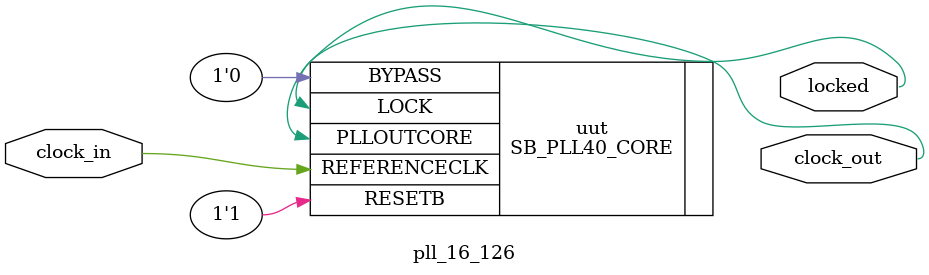
<source format=v>
/**
 * PLL configuration
 *
 * This Verilog module was generated automatically
 * using the icepll tool from the IceStorm project.
 * Use at your own risk.
 *
 * Given input frequency:        16.000 MHz
 * Requested output frequency:  126.000 MHz
 * Achieved output frequency:   126.000 MHz
 */

module pll_16_126(
	input  clock_in,
	output clock_out,
	output locked
	);

SB_PLL40_CORE #(
		.FEEDBACK_PATH("SIMPLE"),
		.DIVR(4'b0000),		// DIVR =  0
		.DIVF(7'b0111110),	// DIVF = 62
		.DIVQ(3'b011),		// DIVQ =  3
		.FILTER_RANGE(3'b001)	// FILTER_RANGE = 1
	) uut (
		.LOCK(locked),
		.RESETB(1'b1),
		.BYPASS(1'b0),
		.REFERENCECLK(clock_in),
		.PLLOUTCORE(clock_out)
		);

endmodule

</source>
